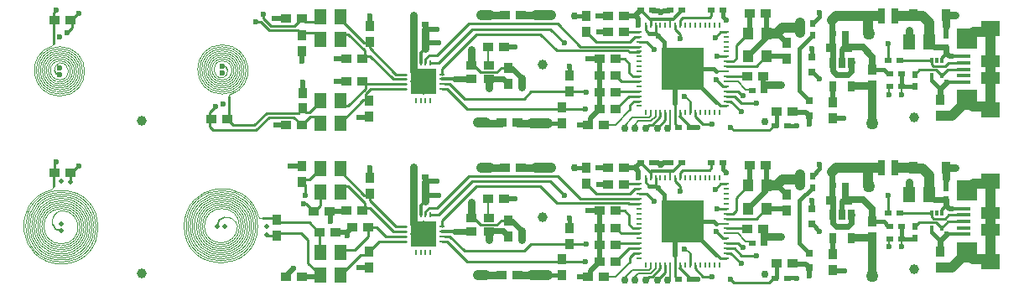
<source format=gtl>
G04*
G04 #@! TF.GenerationSoftware,Altium Limited,Altium Designer,19.1.9 (167)*
G04*
G04 Layer_Physical_Order=1*
G04 Layer_Color=255*
%FSLAX24Y24*%
%MOIN*%
G70*
G01*
G75*
%ADD10C,0.0040*%
%ADD11C,0.0040*%
%ADD12C,0.0060*%
%ADD13R,0.0413X0.0512*%
%ADD14C,0.0394*%
%ADD15R,0.0256X0.0433*%
%ADD16R,0.0394X0.0374*%
%ADD17R,0.0374X0.0394*%
%ADD18R,0.0236X0.0315*%
%ADD19R,0.0748X0.0472*%
%ADD20R,0.0748X0.0630*%
%ADD21R,0.0787X0.0827*%
%ADD22R,0.0531X0.0157*%
%ADD23R,0.0118X0.0197*%
%ADD24R,0.0500X0.0630*%
%ADD25R,0.1024X0.1024*%
%ADD26R,0.0098X0.0236*%
%ADD27R,0.0236X0.0098*%
%ADD28R,0.0394X0.0335*%
%ADD29O,0.0094X0.0236*%
%ADD30O,0.0236X0.0094*%
%ADD31R,0.1673X0.1673*%
%ADD32R,0.0315X0.0236*%
%ADD33R,0.0256X0.0630*%
%ADD34R,0.0315X0.0315*%
%ADD35R,0.0360X0.0480*%
%ADD36C,0.0200*%
%ADD37C,0.0140*%
%ADD38C,0.0100*%
%ADD39C,0.0240*%
%ADD40C,0.0090*%
%ADD41C,0.0080*%
%ADD42C,0.0160*%
%ADD43C,0.0320*%
%ADD44C,0.0400*%
%ADD45C,0.0300*%
%ADD46C,0.0280*%
%ADD47C,0.0120*%
%ADD48C,0.0150*%
%ADD49C,0.0220*%
%ADD50C,0.0230*%
%ADD51C,0.0236*%
%ADD52C,0.0300*%
%ADD53C,0.0500*%
%ADD54C,0.0197*%
%ADD55C,0.0200*%
D10*
X8268Y7792D02*
G03*
X8268Y9512I0J860D01*
G01*
X8560Y7674D02*
G03*
X8268Y9672I-292J977D01*
G01*
Y7712D02*
G03*
X8268Y9592I0J940D01*
G01*
Y7952D02*
G03*
X8268Y9352I0J700D01*
G01*
Y7872D02*
G03*
X8268Y9432I0J780D01*
G01*
Y8032D02*
G03*
X8268Y9272I0J620D01*
G01*
Y8192D02*
G03*
X8268Y9112I0J460D01*
G01*
Y8112D02*
G03*
X8268Y9192I0J540D01*
G01*
Y8272D02*
G03*
X8268Y9032I0J380D01*
G01*
Y8352D02*
G03*
X8478Y8672I-55J265D01*
G01*
X8560Y7674D02*
G03*
X8528Y7602I20J-52D01*
G01*
X8268Y9112D02*
G03*
X8268Y8272I0J-420D01*
G01*
Y9032D02*
G03*
X8268Y8352I0J-340D01*
G01*
X8268Y9192D02*
G03*
X8268Y8192I0J-500D01*
G01*
Y9272D02*
G03*
X8268Y8112I0J-580D01*
G01*
Y9352D02*
G03*
X8268Y8032I0J-660D01*
G01*
Y9592D02*
G03*
X8268Y7792I0J-900D01*
G01*
Y9512D02*
G03*
X8268Y7872I0J-820D01*
G01*
Y9672D02*
G03*
X8268Y7712I0J-980D01*
G01*
Y9432D02*
G03*
X8268Y7952I0J-740D01*
G01*
X1811Y7632D02*
G03*
X1811Y9592I0J980D01*
G01*
Y7872D02*
G03*
X1811Y9352I0J740D01*
G01*
Y7792D02*
G03*
X1811Y9432I0J820D01*
G01*
Y7712D02*
G03*
X1811Y9512I0J900D01*
G01*
Y8272D02*
G03*
X1811Y8952I0J340D01*
G01*
X1811Y8032D02*
G03*
X1811Y9192I0J580D01*
G01*
Y8192D02*
G03*
X1811Y9032I0J420D01*
G01*
X1519Y9629D02*
G03*
X1551Y9702I-20J52D01*
G01*
X1811Y8952D02*
G03*
X1601Y8632I55J-265D01*
G01*
X1811Y9032D02*
G03*
X1811Y8272I0J-380D01*
G01*
Y9112D02*
G03*
X1811Y8192I0J-460D01*
G01*
Y9192D02*
G03*
X1811Y8112I0J-540D01*
G01*
Y7952D02*
G03*
X1811Y9272I0J660D01*
G01*
D02*
G03*
X1811Y8032I0J-620D01*
G01*
Y9352D02*
G03*
X1811Y7952I0J-700D01*
G01*
Y8112D02*
G03*
X1811Y9112I0J500D01*
G01*
Y9512D02*
G03*
X1811Y7792I0J-860D01*
G01*
Y9592D02*
G03*
X1811Y7712I0J-940D01*
G01*
X1519Y9629D02*
G03*
X1811Y7632I292J-977D01*
G01*
Y9432D02*
G03*
X1811Y7872I0J-780D01*
G01*
X1870Y1760D02*
G03*
X1870Y3080I0J660D01*
G01*
Y960D02*
G03*
X1870Y3880I0J1460D01*
G01*
Y1040D02*
G03*
X1870Y3800I0J1380D01*
G01*
Y1280D02*
G03*
X1870Y3560I0J1140D01*
G01*
Y1200D02*
G03*
X1870Y3640I0J1220D01*
G01*
Y1120D02*
G03*
X1870Y3720I0J1300D01*
G01*
Y1440D02*
G03*
X1870Y3400I0J980D01*
G01*
Y1360D02*
G03*
X1870Y3480I0J1060D01*
G01*
Y1680D02*
G03*
X1870Y3160I0J740D01*
G01*
Y1600D02*
G03*
X1870Y3240I0J820D01*
G01*
Y1520D02*
G03*
X1870Y3320I0J900D01*
G01*
Y3160D02*
G03*
X1870Y1760I0J-700D01*
G01*
X1490Y3911D02*
G03*
X1560Y4060I-39J110D01*
G01*
X1870Y3080D02*
G03*
X1520Y2550I90J-440D01*
G01*
X1870Y3240D02*
G03*
X1870Y1680I0J-780D01*
G01*
Y3560D02*
G03*
X1870Y1360I0J-1100D01*
G01*
Y3480D02*
G03*
X1870Y1440I0J-1020D01*
G01*
Y3640D02*
G03*
X1870Y1280I0J-1180D01*
G01*
Y3320D02*
G03*
X1870Y1600I0J-860D01*
G01*
Y3400D02*
G03*
X1870Y1520I0J-940D01*
G01*
Y3800D02*
G03*
X1870Y1120I0J-1340D01*
G01*
Y3880D02*
G03*
X1870Y1040I0J-1420D01*
G01*
X1490Y3911D02*
G03*
X1870Y960I380J-1451D01*
G01*
Y3720D02*
G03*
X1870Y1200I0J-1260D01*
G01*
X9701Y2840D02*
G03*
X9850Y2770I110J39D01*
G01*
X8950Y2460D02*
G03*
X7550Y2460I-700J0D01*
G01*
X9030D02*
G03*
X7470Y2460I-780J0D01*
G01*
X8870Y2460D02*
G03*
X8340Y2810I-440J-90D01*
G01*
X7390Y2460D02*
G03*
X9030Y2460I820J0D01*
G01*
X7550D02*
G03*
X8870Y2460I660J0D01*
G01*
X7470D02*
G03*
X8950Y2460I740J0D01*
G01*
X9670D02*
G03*
X6830Y2460I-1420J0D01*
G01*
X9701Y2840D02*
G03*
X6750Y2460I-1451J-380D01*
G01*
X9430D02*
G03*
X7070Y2460I-1180J0D01*
G01*
X9590D02*
G03*
X6910Y2460I-1340J0D01*
G01*
X9510D02*
G03*
X6990Y2460I-1260J0D01*
G01*
X9350D02*
G03*
X7150Y2460I-1100J0D01*
G01*
X9270D02*
G03*
X7230Y2460I-1020J0D01*
G01*
X9190D02*
G03*
X7310Y2460I-940J0D01*
G01*
X9110D02*
G03*
X7390Y2460I-860J0D01*
G01*
X6910D02*
G03*
X9510Y2460I1300J0D01*
G01*
X6830D02*
G03*
X9590Y2460I1380J0D01*
G01*
X6750D02*
G03*
X9670Y2460I1460J0D01*
G01*
X7310D02*
G03*
X9110Y2460I900J0D01*
G01*
X7230D02*
G03*
X9190Y2460I980J0D01*
G01*
X7150D02*
G03*
X9270Y2460I1060J0D01*
G01*
X7070D02*
G03*
X9350Y2460I1140J0D01*
G01*
X6990D02*
G03*
X9430Y2460I1220J0D01*
G01*
D11*
X8560Y7674D02*
D03*
X1519Y9629D02*
D03*
D12*
X8478Y8672D02*
G03*
X8268Y8832I-185J-25D01*
G01*
X1601Y8632D02*
G03*
X1811Y8472I185J25D01*
G01*
X8528Y7602D02*
Y7602D01*
X1520Y2550D02*
G03*
X1870Y2280I310J40D01*
G01*
X8340Y2810D02*
G03*
X8070Y2460I40J-310D01*
G01*
D13*
X29156Y10121D02*
D03*
X29884Y9216D02*
D03*
Y10121D02*
D03*
X29156Y9216D02*
D03*
Y4071D02*
D03*
X29884Y3166D02*
D03*
Y4071D02*
D03*
X29156Y3166D02*
D03*
D14*
X5050Y6640D02*
D03*
X21010Y8880D02*
D03*
X35770Y6790D02*
D03*
X5050Y590D02*
D03*
X21010Y2830D02*
D03*
X35770Y740D02*
D03*
D15*
X33274Y8018D02*
D03*
X32526D02*
D03*
Y8962D02*
D03*
X32900D02*
D03*
X33274D02*
D03*
Y1968D02*
D03*
X32526D02*
D03*
Y2912D02*
D03*
X32900D02*
D03*
X33274D02*
D03*
D16*
X19502Y10839D02*
D03*
X20132D02*
D03*
X11425Y6490D02*
D03*
X10795D02*
D03*
X13835Y8210D02*
D03*
X13205D02*
D03*
X13185Y9120D02*
D03*
X13815D02*
D03*
X11425Y10730D02*
D03*
X10795D02*
D03*
X29235Y10930D02*
D03*
X29865D02*
D03*
X19472Y9589D02*
D03*
X18842D02*
D03*
X23275Y7110D02*
D03*
X23905D02*
D03*
X23275Y7780D02*
D03*
X23905D02*
D03*
X23275Y8450D02*
D03*
X23905D02*
D03*
X23275Y9120D02*
D03*
X23905D02*
D03*
X19372Y6569D02*
D03*
X20002D02*
D03*
X23585Y10820D02*
D03*
X24215D02*
D03*
X23605Y10170D02*
D03*
X24235D02*
D03*
X30285Y7020D02*
D03*
X30915D02*
D03*
X29135Y8410D02*
D03*
X29765D02*
D03*
X2223Y10649D02*
D03*
X1593D02*
D03*
X7835Y6710D02*
D03*
X8465D02*
D03*
X33085Y9550D02*
D03*
X32455D02*
D03*
X23435Y6500D02*
D03*
X22805D02*
D03*
X19502Y4789D02*
D03*
X20132D02*
D03*
X12515Y3060D02*
D03*
X11885D02*
D03*
X12135Y2230D02*
D03*
X12765D02*
D03*
X14075Y2430D02*
D03*
X13445D02*
D03*
X10785Y440D02*
D03*
X11415D02*
D03*
X13185Y3070D02*
D03*
X13815D02*
D03*
X29235Y4880D02*
D03*
X29865D02*
D03*
X19472Y3539D02*
D03*
X18842D02*
D03*
X23275Y1060D02*
D03*
X23905D02*
D03*
X23275Y1730D02*
D03*
X23905D02*
D03*
X23275Y2400D02*
D03*
X23905D02*
D03*
X23275Y3070D02*
D03*
X23905D02*
D03*
X19372Y519D02*
D03*
X20002D02*
D03*
X23585Y4770D02*
D03*
X24215D02*
D03*
X23605Y4120D02*
D03*
X24235D02*
D03*
X30285Y970D02*
D03*
X30915D02*
D03*
X29135Y2360D02*
D03*
X29765D02*
D03*
X2223Y4599D02*
D03*
X1593D02*
D03*
X33085Y3500D02*
D03*
X32455D02*
D03*
X23435Y450D02*
D03*
X22805D02*
D03*
D17*
X11430Y9425D02*
D03*
Y10055D02*
D03*
X14120Y9795D02*
D03*
Y10425D02*
D03*
X11460Y7765D02*
D03*
Y7135D02*
D03*
X14100Y6805D02*
D03*
Y7435D02*
D03*
X21770Y6565D02*
D03*
Y7195D02*
D03*
X22050Y8445D02*
D03*
Y7815D02*
D03*
X36810Y6865D02*
D03*
Y7495D02*
D03*
X30707Y9124D02*
D03*
Y9754D02*
D03*
X32520Y6755D02*
D03*
Y7385D02*
D03*
X34110Y8695D02*
D03*
Y8065D02*
D03*
X22720Y10195D02*
D03*
Y10825D02*
D03*
X19637Y8114D02*
D03*
Y8744D02*
D03*
X14120Y3745D02*
D03*
Y4375D02*
D03*
X11440Y4215D02*
D03*
Y4845D02*
D03*
X14100Y825D02*
D03*
Y1455D02*
D03*
X21770Y515D02*
D03*
Y1145D02*
D03*
X22050Y2395D02*
D03*
Y1765D02*
D03*
X36810Y815D02*
D03*
Y1445D02*
D03*
X10430Y2095D02*
D03*
Y2725D02*
D03*
X30707Y3074D02*
D03*
Y3704D02*
D03*
X32520Y705D02*
D03*
Y1335D02*
D03*
X34110Y2645D02*
D03*
Y2015D02*
D03*
X22720Y4145D02*
D03*
Y4775D02*
D03*
X19637Y2064D02*
D03*
Y2694D02*
D03*
D18*
X35798Y8496D02*
D03*
Y8024D02*
D03*
X31720Y10044D02*
D03*
Y10516D02*
D03*
X37040Y10036D02*
D03*
Y9564D02*
D03*
X35798Y2446D02*
D03*
Y1974D02*
D03*
X31720Y3994D02*
D03*
Y4466D02*
D03*
X37040Y3986D02*
D03*
Y3514D02*
D03*
D19*
X38795Y8365D02*
D03*
Y9034D02*
D03*
Y2315D02*
D03*
Y2984D02*
D03*
D20*
Y7085D02*
D03*
Y10314D02*
D03*
Y1035D02*
D03*
Y4264D02*
D03*
D21*
X37870Y7479D02*
D03*
Y9920D02*
D03*
Y1429D02*
D03*
Y3870D02*
D03*
D22*
X37742Y8188D02*
D03*
Y8444D02*
D03*
Y8700D02*
D03*
Y8955D02*
D03*
Y9211D02*
D03*
Y2138D02*
D03*
Y2394D02*
D03*
Y2650D02*
D03*
Y2905D02*
D03*
Y3161D02*
D03*
D23*
X36853Y8447D02*
D03*
X36459D02*
D03*
Y9038D02*
D03*
X36656D02*
D03*
X36853D02*
D03*
Y2397D02*
D03*
X36459D02*
D03*
Y2988D02*
D03*
X36656D02*
D03*
X36853D02*
D03*
D24*
X12954Y7456D02*
D03*
X12154D02*
D03*
X12950Y9880D02*
D03*
X12150D02*
D03*
X12950Y10790D02*
D03*
X12150D02*
D03*
X12954Y6556D02*
D03*
X12154D02*
D03*
X35560Y9770D02*
D03*
X36360D02*
D03*
X12954Y1406D02*
D03*
X12154D02*
D03*
X12950Y3830D02*
D03*
X12150D02*
D03*
X12950Y4740D02*
D03*
X12150D02*
D03*
X12954Y506D02*
D03*
X12154D02*
D03*
X35560Y3720D02*
D03*
X36360D02*
D03*
D25*
X16247Y8205D02*
D03*
Y2155D02*
D03*
D26*
X16543Y7457D02*
D03*
X16346D02*
D03*
X16149D02*
D03*
X15952D02*
D03*
Y8953D02*
D03*
X16149D02*
D03*
X16346D02*
D03*
X16543D02*
D03*
Y1407D02*
D03*
X16346D02*
D03*
X16149D02*
D03*
X15952D02*
D03*
Y2903D02*
D03*
X16149D02*
D03*
X16346D02*
D03*
X16543D02*
D03*
D27*
X15499Y7910D02*
D03*
Y8107D02*
D03*
Y8304D02*
D03*
Y8501D02*
D03*
X16995D02*
D03*
Y8304D02*
D03*
Y8107D02*
D03*
Y7910D02*
D03*
X15499Y1860D02*
D03*
Y2057D02*
D03*
Y2254D02*
D03*
Y2451D02*
D03*
X16995D02*
D03*
Y2254D02*
D03*
Y2057D02*
D03*
Y1860D02*
D03*
D28*
X18849Y8303D02*
D03*
Y8835D02*
D03*
X18179Y8303D02*
D03*
Y8835D02*
D03*
X18849Y2253D02*
D03*
Y2785D02*
D03*
X18179Y2253D02*
D03*
Y2785D02*
D03*
D29*
X28039Y10445D02*
D03*
X27842D02*
D03*
X27645D02*
D03*
X27448D02*
D03*
X27251D02*
D03*
X27054D02*
D03*
X26858D02*
D03*
X26661D02*
D03*
X26464D02*
D03*
X26267D02*
D03*
X26070D02*
D03*
X25873D02*
D03*
X25676D02*
D03*
X25480D02*
D03*
X25283D02*
D03*
X25086D02*
D03*
Y6981D02*
D03*
X25283D02*
D03*
X25480D02*
D03*
X25676D02*
D03*
X25873D02*
D03*
X26070D02*
D03*
X26267D02*
D03*
X26464D02*
D03*
X26661D02*
D03*
X26858D02*
D03*
X27054D02*
D03*
X27251D02*
D03*
X27448D02*
D03*
X27645D02*
D03*
X27842D02*
D03*
X28039D02*
D03*
Y4395D02*
D03*
X27842D02*
D03*
X27645D02*
D03*
X27448D02*
D03*
X27251D02*
D03*
X27054D02*
D03*
X26858D02*
D03*
X26661D02*
D03*
X26464D02*
D03*
X26267D02*
D03*
X26070D02*
D03*
X25873D02*
D03*
X25676D02*
D03*
X25480D02*
D03*
X25283D02*
D03*
X25086D02*
D03*
Y931D02*
D03*
X25283D02*
D03*
X25480D02*
D03*
X25676D02*
D03*
X25873D02*
D03*
X26070D02*
D03*
X26267D02*
D03*
X26464D02*
D03*
X26661D02*
D03*
X26858D02*
D03*
X27054D02*
D03*
X27251D02*
D03*
X27448D02*
D03*
X27645D02*
D03*
X27842D02*
D03*
X28039D02*
D03*
D30*
X24830Y10190D02*
D03*
Y9993D02*
D03*
Y9796D02*
D03*
Y9599D02*
D03*
Y9402D02*
D03*
Y9205D02*
D03*
Y9008D02*
D03*
Y8811D02*
D03*
Y8615D02*
D03*
Y8418D02*
D03*
Y8221D02*
D03*
Y8024D02*
D03*
Y7827D02*
D03*
Y7630D02*
D03*
Y7433D02*
D03*
Y7236D02*
D03*
X28295D02*
D03*
Y7433D02*
D03*
Y7630D02*
D03*
Y7827D02*
D03*
Y8024D02*
D03*
Y8221D02*
D03*
Y8418D02*
D03*
Y8615D02*
D03*
Y8811D02*
D03*
Y9008D02*
D03*
Y9205D02*
D03*
Y9402D02*
D03*
Y9599D02*
D03*
Y9796D02*
D03*
Y9993D02*
D03*
Y10190D02*
D03*
X24830Y4140D02*
D03*
Y3943D02*
D03*
Y3746D02*
D03*
Y3549D02*
D03*
Y3352D02*
D03*
Y3155D02*
D03*
Y2958D02*
D03*
Y2761D02*
D03*
Y2564D02*
D03*
Y2368D02*
D03*
Y2171D02*
D03*
Y1974D02*
D03*
Y1777D02*
D03*
Y1580D02*
D03*
Y1383D02*
D03*
Y1186D02*
D03*
X28295D02*
D03*
Y1383D02*
D03*
Y1580D02*
D03*
Y1777D02*
D03*
Y1974D02*
D03*
Y2171D02*
D03*
Y2368D02*
D03*
Y2564D02*
D03*
Y2761D02*
D03*
Y2958D02*
D03*
Y3155D02*
D03*
Y3352D02*
D03*
Y3549D02*
D03*
Y3746D02*
D03*
Y3943D02*
D03*
Y4140D02*
D03*
D31*
X26562Y8713D02*
D03*
Y2663D02*
D03*
D32*
X30244Y6450D02*
D03*
X30716D02*
D03*
X28156Y11040D02*
D03*
X27684D02*
D03*
X35256Y8510D02*
D03*
X34784D02*
D03*
X34784Y8010D02*
D03*
X35256D02*
D03*
X34734Y9040D02*
D03*
X35206D02*
D03*
X15851Y9995D02*
D03*
X16323D02*
D03*
X26384Y6390D02*
D03*
X26856D02*
D03*
X25356Y11040D02*
D03*
X24884D02*
D03*
X26064Y11050D02*
D03*
X26536D02*
D03*
X29786Y7850D02*
D03*
X29314D02*
D03*
X15851Y10475D02*
D03*
X16323D02*
D03*
X33016Y10130D02*
D03*
X32544D02*
D03*
X16323Y9535D02*
D03*
X15851D02*
D03*
X30244Y400D02*
D03*
X30716D02*
D03*
X28156Y4990D02*
D03*
X27684D02*
D03*
X35256Y2460D02*
D03*
X34784D02*
D03*
X34784Y1960D02*
D03*
X35256D02*
D03*
X34734Y2990D02*
D03*
X35206D02*
D03*
X15851Y3945D02*
D03*
X16323D02*
D03*
X26384Y340D02*
D03*
X26856D02*
D03*
X25356Y4990D02*
D03*
X24884D02*
D03*
X26064Y5000D02*
D03*
X26536D02*
D03*
X29786Y1800D02*
D03*
X29314D02*
D03*
X15851Y4425D02*
D03*
X16323D02*
D03*
X33016Y4080D02*
D03*
X32544D02*
D03*
X16323Y3485D02*
D03*
X15851D02*
D03*
D33*
X35006Y10820D02*
D03*
X34474D02*
D03*
X35006Y4770D02*
D03*
X34474D02*
D03*
D34*
X31590Y6855D02*
D03*
Y7445D02*
D03*
X31700Y8595D02*
D03*
Y9185D02*
D03*
X31590Y805D02*
D03*
Y1395D02*
D03*
X31700Y2545D02*
D03*
Y3135D02*
D03*
D35*
X35745Y10840D02*
D03*
X37035D02*
D03*
X35745Y4790D02*
D03*
X37035D02*
D03*
D36*
X25700Y10950D02*
X25710D01*
X25628Y11022D02*
X25700Y10950D01*
X25374Y11022D02*
X25628D01*
X25356Y11040D02*
X25374Y11022D01*
X25802Y11032D02*
X26046D01*
X26064Y11050D01*
X32967Y6753D02*
X32970Y6750D01*
X32523Y6753D02*
X32967D01*
X32520Y6755D02*
X32523Y6753D01*
X10400Y6490D02*
X10795D01*
X29172Y10939D02*
X29230Y10881D01*
X24780Y10440D02*
Y10704D01*
X24664Y10820D02*
X24780Y10704D01*
X24664Y10820D02*
X24884Y11040D01*
X30476Y8095D02*
X30478Y8093D01*
X30170Y8097D02*
X30172Y8095D01*
X29820Y8092D02*
X29825Y8097D01*
X29765Y7871D02*
Y8410D01*
X30340Y10121D02*
X30707Y9754D01*
X37040Y9544D02*
X37050Y9554D01*
X37040Y9320D02*
Y9544D01*
X24225Y10820D02*
X24664D01*
X23210Y10830D02*
X23215Y10825D01*
X23580D01*
X23220Y10170D02*
X23615D01*
X26832Y6400D02*
X27156D01*
X26267Y7330D02*
Y8418D01*
X22900Y6735D02*
X23275Y7110D01*
X22900Y6585D02*
Y6735D01*
X22815Y6500D02*
X22900Y6585D01*
X22805Y6500D02*
X22815D01*
X22460D02*
X22750D01*
X29884Y9216D02*
X30620D01*
X30707Y9129D01*
Y9124D02*
Y9129D01*
X29230Y10196D02*
Y10881D01*
X29156Y10121D02*
X29230Y10196D01*
X29802Y10939D02*
X29884Y10857D01*
Y10121D02*
Y10857D01*
X31455Y6990D02*
X31590Y6855D01*
X30925Y6990D02*
X31455D01*
X26267Y8418D02*
X26562Y8713D01*
X32900Y9493D02*
X33085Y9678D01*
X32900Y8962D02*
Y9493D01*
X11470Y7775D02*
Y8190D01*
X11430Y9010D02*
Y9425D01*
X12780Y9130D02*
X13195D01*
X14120Y10444D02*
Y10819D01*
X10340Y10720D02*
X10805D01*
X22810Y9120D02*
X23275D01*
X32520Y7385D02*
X32526Y7391D01*
Y8018D01*
X35705Y10820D02*
X35725Y10840D01*
X37015D02*
Y10844D01*
Y10840D02*
X37040Y10815D01*
X36360Y9770D02*
X36375Y9785D01*
X37299Y9211D02*
X37300Y9210D01*
X37149Y9211D02*
X37299D01*
X37058Y9302D02*
X37149Y9211D01*
X37050Y9554D02*
X37058Y9546D01*
X37040Y9564D02*
X37050Y9554D01*
X37058Y9302D02*
Y9546D01*
X37024Y9580D02*
X37040Y9564D01*
Y10036D02*
Y10415D01*
X12800Y8210D02*
X13205D01*
X19472Y9589D02*
X19911D01*
X13700Y6770D02*
X13706Y6776D01*
X14071D01*
X14100Y6805D01*
X31590Y6530D02*
Y6855D01*
X23275Y7110D02*
Y7780D01*
Y8450D01*
Y9120D01*
X29842Y9174D02*
X29884Y9216D01*
X29156D02*
X29884Y9944D01*
Y10121D01*
X16323Y10270D02*
X16338Y10285D01*
X16807D01*
X16323Y9720D02*
X16348Y9745D01*
X16857D01*
X19637Y8744D02*
X19762D01*
X20157Y8349D01*
X25690Y4890D02*
X25695Y4885D01*
X25590Y4990D02*
X25690Y4890D01*
X25700D02*
X25710D01*
X25802Y4982D01*
X26046D01*
X26064Y5000D01*
X25912D02*
X26064D01*
X25356Y4990D02*
X25590D01*
X25690Y4890D02*
X25700D01*
X32520Y705D02*
X32548Y677D01*
X32983D02*
X32990Y670D01*
X32548Y677D02*
X32983D01*
X13230Y2070D02*
Y2225D01*
X13220Y2070D02*
X13230D01*
Y2225D02*
X13435Y2430D01*
X12765Y2230D02*
X13230D01*
X13435Y2430D02*
X13445D01*
X10795Y495D02*
X11090Y790D01*
X10795Y440D02*
Y495D01*
X13680Y820D02*
X13683Y823D01*
X14097D01*
X14100Y825D01*
X12089Y440D02*
X12154Y506D01*
X11415Y440D02*
X12089D01*
X10785D02*
X10795D01*
X12515Y3060D02*
X13175D01*
X13185Y3070D01*
X12553Y2677D02*
X12570Y2660D01*
X12570D01*
X12553Y2677D02*
Y3022D01*
X12515Y3060D02*
X12553Y3022D01*
X13117Y3138D02*
X13185Y3070D01*
X10960Y4840D02*
X10962Y4842D01*
X11438D01*
X11440Y4845D01*
X29172Y4889D02*
X29230Y4831D01*
X24780Y4390D02*
Y4654D01*
X24664Y4770D02*
X24780Y4654D01*
X24664Y4770D02*
X24884Y4990D01*
X30476Y2045D02*
X30478Y2043D01*
X30170Y2047D02*
X30172Y2045D01*
X29820Y2042D02*
X29825Y2047D01*
X29765Y1821D02*
Y2360D01*
X30340Y4071D02*
X30707Y3704D01*
X37040Y3494D02*
X37050Y3504D01*
X37040Y3270D02*
Y3494D01*
X24225Y4770D02*
X24664D01*
X23210Y4780D02*
X23215Y4775D01*
X23580D01*
X23220Y4120D02*
X23615D01*
X26832Y350D02*
X27156D01*
X26267Y1280D02*
Y2368D01*
X22900Y685D02*
X23275Y1060D01*
X22900Y535D02*
Y685D01*
X22815Y450D02*
X22900Y535D01*
X22805Y450D02*
X22815D01*
X22460D02*
X22750D01*
X29884Y3166D02*
X30620D01*
X30707Y3079D01*
Y3074D02*
Y3079D01*
X29230Y4146D02*
Y4831D01*
X29156Y4071D02*
X29230Y4146D01*
X29802Y4889D02*
X29884Y4807D01*
Y4071D02*
Y4807D01*
X31455Y940D02*
X31590Y805D01*
X30925Y940D02*
X31455D01*
X26267Y2368D02*
X26562Y2663D01*
X32900Y3443D02*
X33085Y3628D01*
X32900Y2912D02*
Y3443D01*
X14120Y4394D02*
Y4769D01*
X22810Y3070D02*
X23275D01*
X32520Y1335D02*
X32526Y1341D01*
Y1968D01*
X35705Y4770D02*
X35725Y4790D01*
X37015D02*
Y4794D01*
Y4790D02*
X37040Y4765D01*
X36360Y3720D02*
X36375Y3735D01*
X37299Y3161D02*
X37300Y3160D01*
X37149Y3161D02*
X37299D01*
X37058Y3252D02*
X37149Y3161D01*
X37050Y3504D02*
X37058Y3496D01*
X37040Y3514D02*
X37050Y3504D01*
X37058Y3252D02*
Y3496D01*
X37024Y3530D02*
X37040Y3514D01*
Y3986D02*
Y4365D01*
X19472Y3539D02*
X19911D01*
X31590Y480D02*
Y805D01*
X23275Y1060D02*
Y1730D01*
Y2400D01*
Y3070D01*
X29842Y3124D02*
X29884Y3166D01*
X29156D02*
X29884Y3894D01*
Y4071D01*
X16323Y4220D02*
X16338Y4235D01*
X16807D01*
X16323Y3670D02*
X16348Y3695D01*
X16857D01*
X19637Y2694D02*
X19762D01*
X20157Y2299D01*
D37*
X25340Y10700D02*
X26186D01*
X25282Y10642D02*
X25340Y10700D01*
X26186D02*
X26536Y11050D01*
X26856Y6390D02*
Y6434D01*
X26464Y6826D02*
X26856Y6434D01*
X24884Y11040D02*
X25282Y10642D01*
X16149Y9341D02*
X16323Y9515D01*
X16149Y8953D02*
Y9341D01*
X26856Y340D02*
Y384D01*
X26464Y776D02*
X26856Y384D01*
X24884Y4990D02*
X25282Y4592D01*
X26186Y4650D02*
X26536Y5000D01*
X25340Y4650D02*
X26186D01*
X25282Y4592D02*
X25340Y4650D01*
X16149Y3291D02*
X16323Y3465D01*
X16149Y2903D02*
Y3291D01*
D38*
X8528Y6773D02*
Y7602D01*
X7778Y6422D02*
Y6997D01*
X11285Y6960D02*
X11460Y7135D01*
X10020Y6960D02*
X11285D01*
X9530Y6470D02*
X10020Y6960D01*
X8705Y6470D02*
X9530D01*
X8465Y6710D02*
X8705Y6470D01*
X13950Y8050D02*
X14007Y8107D01*
X13950Y7930D02*
Y8050D01*
X13276Y7256D02*
X13950Y7930D01*
X13154Y7256D02*
X13276D01*
X12160Y9880D02*
Y9960D01*
X1551Y9702D02*
Y10951D01*
X11115Y10420D02*
X11425Y10730D01*
X10210Y10420D02*
X11115D01*
X10130Y10240D02*
X11255D01*
X9780Y10590D02*
X10130Y10240D01*
X9610Y10590D02*
X9780D01*
X9910Y10720D02*
X10210Y10420D01*
X9910Y10720D02*
Y10870D01*
X11255Y10240D02*
X11430Y10065D01*
X1551Y10951D02*
X1656Y11056D01*
X2513Y10910D02*
X2579D01*
X7910Y6290D02*
X9610D01*
X10120Y6800D01*
X11105D01*
X11415Y6490D01*
X2253Y10649D02*
X2513Y10910D01*
X7778Y6422D02*
X7910Y6290D01*
X20535Y7815D02*
X22050D01*
X20250Y7530D02*
X20535Y7815D01*
X17886Y7530D02*
X20250D01*
X17306Y8110D02*
X17886Y7530D01*
X17085Y8110D02*
X17306D01*
X15066Y8304D02*
X15549D01*
X14140Y9230D02*
X15066Y8304D01*
X15499Y8107D02*
X15550D01*
X14007D02*
X15499D01*
X11515Y10150D02*
X11970D01*
X11430Y10065D02*
X11515Y10150D01*
X13920Y9225D02*
Y9230D01*
X13815Y9120D02*
X13920Y9225D01*
X11755Y6820D02*
X11954D01*
X12154Y6620D01*
Y6556D02*
Y6620D01*
X2253Y10649D02*
X2301Y10601D01*
X19352Y8744D02*
X19637D01*
X19177Y8569D02*
X19352Y8744D01*
X12954Y7456D02*
X13154Y7256D01*
X13950Y8050D02*
Y8095D01*
X13835Y8210D02*
X13950Y8095D01*
X11970Y10150D02*
X12160Y9960D01*
X12950Y10700D02*
X13900Y9750D01*
X12950Y10700D02*
Y10790D01*
X13900Y9750D02*
X14075D01*
X14120Y9546D02*
Y9795D01*
X15165Y8501D02*
X15549D01*
X13270Y10100D02*
X13920Y9450D01*
X13170Y10100D02*
X13270D01*
X13920Y9230D02*
Y9450D01*
X12950Y9880D02*
X13170Y10100D01*
X12154Y7418D02*
Y7456D01*
X11725Y6988D02*
X12154Y7418D01*
X11597Y6988D02*
X11725D01*
X11460Y7125D02*
X11597Y6988D01*
X11460Y7125D02*
Y7135D01*
X11425Y6490D02*
X11755Y6820D01*
X11415Y6490D02*
X11425D01*
X14170Y7910D02*
X15549D01*
X14055Y7480D02*
X14100Y7435D01*
X13970Y7565D02*
X14055Y7480D01*
X13879D02*
X14055D01*
X12954Y6556D02*
X13879Y7480D01*
X13970Y7710D02*
X14170Y7910D01*
X13970Y7565D02*
Y7710D01*
X13920Y9230D02*
X14140D01*
X14075Y9750D02*
X14120Y9795D01*
X11425Y10730D02*
X11565Y10590D01*
X11950D02*
X12150Y10790D01*
X11565Y10590D02*
X11950D01*
X14120Y9546D02*
X15165Y8501D01*
X7778Y6997D02*
X7988Y7207D01*
X22050Y7815D02*
X22715D01*
X22732Y7798D01*
X25430Y9490D02*
X25440Y9480D01*
X2301Y10346D02*
Y10601D01*
X2091Y10136D02*
X2301Y10346D01*
X8465Y6710D02*
X8528Y6773D01*
X12954Y7456D02*
Y7521D01*
X18537Y8569D02*
X19177D01*
X18271Y8835D02*
X18537Y8569D01*
X18179Y8835D02*
X18271D01*
X12154Y6556D02*
X12174Y6536D01*
X11550Y3700D02*
Y4105D01*
X11790Y3150D02*
X12015D01*
X2220Y4230D02*
Y4599D01*
X1560Y4060D02*
Y4060D01*
Y4566D01*
X14778Y2057D02*
X15499D01*
X14405Y2430D02*
X14778Y2057D01*
X14075Y2430D02*
X14405D01*
X14057Y2057D02*
Y2412D01*
X14075Y2430D01*
X9850Y2770D02*
X10385D01*
X11715Y2630D02*
X12145Y2200D01*
X9850Y2770D02*
X9850D01*
X12145Y1378D02*
Y2200D01*
X11400D02*
X11670Y1930D01*
Y990D02*
Y1930D01*
Y990D02*
X12154Y506D01*
X10535Y2200D02*
X11400D01*
X13530Y1530D02*
X14057Y2057D01*
X13079Y1530D02*
X13530D01*
X12954Y1406D02*
X13079Y1530D01*
X10430Y2095D02*
X10535Y2200D01*
X10525Y2630D02*
X11715D01*
X10430Y2725D02*
X10525Y2630D01*
X14497Y1860D02*
X15549D01*
X13955Y1310D02*
X14100Y1455D01*
X13759Y1310D02*
X13955D01*
X12954Y506D02*
X13759Y1310D01*
X14100Y1463D02*
X14497Y1860D01*
X14100Y1455D02*
Y1463D01*
X12145Y1378D02*
X12154Y1368D01*
X10035Y2095D02*
X10430D01*
X10385Y2770D02*
X10430Y2725D01*
X11600Y3340D02*
X11790Y3150D01*
X11480Y3340D02*
X11600D01*
X12015Y3150D02*
X12150Y3285D01*
Y3830D01*
X11740Y4330D02*
X12150Y4740D01*
X11555Y4330D02*
X11740D01*
X11440Y4215D02*
X11555Y4330D01*
X11440Y4215D02*
X11550Y4105D01*
X1560Y4566D02*
X1593Y4599D01*
Y4943D01*
X10020Y2110D02*
X10035Y2095D01*
X1593Y4943D02*
X1656Y5006D01*
X2513Y4860D02*
X2579D01*
X2253Y4599D02*
X2513Y4860D01*
X20535Y1765D02*
X22050D01*
X20250Y1480D02*
X20535Y1765D01*
X17886Y1480D02*
X20250D01*
X17306Y2060D02*
X17886Y1480D01*
X17085Y2060D02*
X17306D01*
X15066Y2254D02*
X15549D01*
X14140Y3180D02*
X15066Y2254D01*
X15499Y2057D02*
X15550D01*
X13920Y3175D02*
Y3180D01*
X13815Y3070D02*
X13920Y3175D01*
X2253Y4599D02*
X2301Y4551D01*
X19352Y2694D02*
X19637D01*
X19177Y2519D02*
X19352Y2694D01*
X12950Y4650D02*
X13900Y3700D01*
X12950Y4650D02*
Y4740D01*
X13900Y3700D02*
X14075D01*
X14120Y3496D02*
Y3745D01*
X15165Y2451D02*
X15549D01*
X13270Y4050D02*
X13920Y3400D01*
X13170Y4050D02*
X13270D01*
X13920Y3180D02*
Y3400D01*
X12950Y3830D02*
X13170Y4050D01*
X12154Y1368D02*
Y1406D01*
X13920Y3180D02*
X14140D01*
X14075Y3700D02*
X14120Y3745D01*
Y3496D02*
X15165Y2451D01*
X22050Y1765D02*
X22715D01*
X22732Y1748D01*
X25430Y3440D02*
X25440Y3430D01*
X18537Y2519D02*
X19177D01*
X18271Y2785D02*
X18537Y2519D01*
X18179Y2785D02*
X18271D01*
D39*
X32444Y9571D02*
X32518Y9497D01*
X32444Y9571D02*
X32460D01*
X32506Y9617D01*
Y10128D01*
X32508Y10130D01*
X32506Y10132D02*
Y10656D01*
Y10132D02*
X32508Y10130D01*
X32544D01*
X32518Y8970D02*
Y9497D01*
Y8970D02*
X32526Y8962D01*
X33274D02*
X33282Y8970D01*
X33133Y8500D02*
X33266Y8633D01*
Y8954D01*
X33274Y8962D01*
X32675Y8500D02*
X33133D01*
X32534Y8641D02*
X32675Y8500D01*
X32534Y8641D02*
Y8954D01*
X32526Y8962D02*
X32534Y8954D01*
X36360Y9770D02*
X36550Y9580D01*
X37024D01*
X19357Y8329D02*
X19422D01*
X18874D02*
X19357D01*
X18849Y8303D02*
X18874Y8329D01*
X19422D02*
X19637Y8114D01*
X32444Y3521D02*
X32518Y3447D01*
X32444Y3521D02*
X32460D01*
X32506Y3567D01*
Y4078D01*
X32508Y4080D01*
X32506Y4082D02*
Y4606D01*
Y4082D02*
X32508Y4080D01*
X32544D01*
X32518Y2920D02*
Y3447D01*
Y2920D02*
X32526Y2912D01*
X33274D02*
X33282Y2920D01*
X33133Y2450D02*
X33266Y2583D01*
Y2904D01*
X33274Y2912D01*
X32675Y2450D02*
X33133D01*
X32534Y2591D02*
X32675Y2450D01*
X32534Y2591D02*
Y2904D01*
X32526Y2912D02*
X32534Y2904D01*
X36360Y3720D02*
X36550Y3530D01*
X37024D01*
X19357Y2279D02*
X19422D01*
X18874D02*
X19357D01*
X18849Y2253D02*
X18874Y2279D01*
X19422D02*
X19637Y2064D01*
D40*
X28176Y8024D02*
X28295D01*
X27910Y8290D02*
X28176Y8024D01*
X25080Y6360D02*
X25220Y6500D01*
X24662Y9992D02*
X24829D01*
X24470Y9800D02*
X24662Y9992D01*
X23115Y9800D02*
X24470D01*
Y7070D02*
Y7270D01*
X27704Y10834D02*
Y11040D01*
X27620Y10750D02*
X27704Y10834D01*
X26570Y10750D02*
X27620D01*
X26465Y10645D02*
X26570Y10750D01*
X22720Y10195D02*
X23115Y9800D01*
X24134Y8221D02*
X24830D01*
X23905Y8450D02*
X24134Y8221D01*
X24425Y7630D02*
X24830D01*
X23905Y7110D02*
X24425Y7630D01*
X27915Y9205D02*
X28295D01*
X30200Y6460D02*
X30290D01*
X25220Y6500D02*
X25358D01*
X25676Y6818D01*
Y6981D01*
X18006Y7110D02*
X22700D01*
X27370Y6510D02*
X27730D01*
X27054Y6826D02*
X27370Y6510D01*
X27054Y6826D02*
Y6981D01*
X21300Y10300D02*
X21850Y9750D01*
X25873Y6669D02*
Y6981D01*
X25565Y6360D02*
X25873Y6669D01*
X28680Y9646D02*
X29156Y10121D01*
X28680Y9120D02*
Y9646D01*
X28568Y9008D02*
X28680Y9120D01*
X26464Y6826D02*
Y6981D01*
X25282Y10446D02*
Y10642D01*
X31100Y6460D02*
X31110Y6450D01*
X28595Y6270D02*
X30010D01*
X28472Y6392D02*
X28595Y6270D01*
X30010D02*
X30200Y6460D01*
X34742Y9685D02*
Y9722D01*
Y9042D02*
Y9685D01*
X34728Y9670D02*
X34742Y9685D01*
X34740Y9040D02*
X34742Y9042D01*
X34710Y9688D02*
X34728Y9670D01*
X35974Y8673D02*
X36627D01*
X35798Y8496D02*
X35974Y8673D01*
X35206Y9038D02*
X36459D01*
X28900Y7340D02*
X29480D01*
X28613Y7627D02*
X28900Y7340D01*
X28297Y7627D02*
X28613D01*
X28476Y7433D02*
X28880Y7029D01*
X28295Y7433D02*
X28476D01*
X28930Y7660D02*
X28950D01*
X28763Y7827D02*
X28930Y7660D01*
X28295Y7827D02*
X28763D01*
X24325Y10190D02*
X24830D01*
X24245Y10270D02*
X24325Y10190D01*
X24215Y10820D02*
X24225D01*
X25282Y10446D02*
X25283Y10445D01*
X17206Y7910D02*
X18006Y7110D01*
X26267Y6507D02*
X26384Y6390D01*
X26267Y6507D02*
Y6981D01*
X28295Y9008D02*
X28568D01*
X26858Y6981D02*
Y7428D01*
X22501Y9599D02*
X24830D01*
X21595Y10505D02*
X22501Y9599D01*
X24440Y9400D02*
X24830D01*
X24400Y9440D02*
X24440Y9400D01*
X21560Y9440D02*
X24400D01*
X20910Y10090D02*
X21560Y9440D01*
X18210Y10300D02*
X21300D01*
X24630Y7430D02*
X24827D01*
X24470Y7270D02*
X24630Y7430D01*
X18065Y10505D02*
X21595D01*
X16863Y8953D02*
X18210Y10300D01*
X16795Y9235D02*
X18065Y10505D01*
X18361Y10090D02*
X20910D01*
X16995Y8725D02*
X18361Y10090D01*
X16995Y8501D02*
Y8725D01*
X24829Y9992D02*
X24830Y9993D01*
X27852Y9962D02*
X28077Y10187D01*
X28292D01*
X24830Y9796D02*
X25124D01*
X25086Y10264D02*
Y10445D01*
X28054Y7236D02*
X28295D01*
X25480Y10120D02*
Y10445D01*
X26267Y10293D02*
Y10445D01*
X27054Y6980D02*
X27054Y6981D01*
X26267D02*
Y7330D01*
X25124Y9796D02*
X25430Y9490D01*
X26460Y9910D02*
Y10100D01*
X25086Y10264D02*
X25240Y10110D01*
X27920Y7370D02*
X28054Y7236D01*
X26267Y10293D02*
X26460Y10100D01*
X36627Y8673D02*
X36853Y8447D01*
X36993Y8810D02*
X37139Y8955D01*
X36538Y8810D02*
X36993D01*
X36459Y8889D02*
X36538Y8810D01*
X28295Y8418D02*
X29184D01*
X29480Y8811D02*
X29842Y9174D01*
X28295Y8811D02*
X29480D01*
X36853Y8447D02*
X37105Y8700D01*
X37742D01*
X37139Y8955D02*
X37742D01*
X37732Y8710D02*
X37742Y8700D01*
X16480Y9235D02*
X16795D01*
X16346Y9102D02*
X16480Y9235D01*
X16346Y8953D02*
Y9102D01*
X16543Y8953D02*
X16863D01*
X16995Y7910D02*
X17206D01*
X26465Y10446D02*
Y10645D01*
X26464Y10445D02*
X26465Y10446D01*
X23905Y9120D02*
X24250D01*
X24440Y8930D01*
Y8560D02*
Y8930D01*
Y8560D02*
X24582Y8418D01*
X24830D01*
X23952Y7827D02*
X24830D01*
X23905Y7780D02*
X23952Y7827D01*
X36459Y8889D02*
Y9038D01*
X28176Y1974D02*
X28295D01*
X27910Y2240D02*
X28176Y1974D01*
X25080Y310D02*
X25220Y450D01*
X24662Y3942D02*
X24829D01*
X24470Y3750D02*
X24662Y3942D01*
X23115Y3750D02*
X24470D01*
Y1020D02*
Y1220D01*
X27704Y4784D02*
Y4990D01*
X27620Y4700D02*
X27704Y4784D01*
X26570Y4700D02*
X27620D01*
X26465Y4595D02*
X26570Y4700D01*
X22720Y4145D02*
X23115Y3750D01*
X24134Y2171D02*
X24830D01*
X23905Y2400D02*
X24134Y2171D01*
X24425Y1580D02*
X24830D01*
X23905Y1060D02*
X24425Y1580D01*
X27915Y3155D02*
X28295D01*
X30200Y410D02*
X30290D01*
X25220Y450D02*
X25358D01*
X25676Y768D01*
Y931D01*
X18006Y1060D02*
X22700D01*
X27370Y460D02*
X27730D01*
X27054Y776D02*
X27370Y460D01*
X27054Y776D02*
Y931D01*
X21300Y4250D02*
X21850Y3700D01*
X25873Y619D02*
Y931D01*
X25565Y310D02*
X25873Y619D01*
X28680Y3596D02*
X29156Y4071D01*
X28680Y3070D02*
Y3596D01*
X28568Y2958D02*
X28680Y3070D01*
X26464Y776D02*
Y931D01*
X25282Y4396D02*
Y4592D01*
X31100Y410D02*
X31110Y400D01*
X28595Y220D02*
X30010D01*
X28472Y342D02*
X28595Y220D01*
X30010D02*
X30200Y410D01*
X34742Y3635D02*
Y3672D01*
Y2992D02*
Y3635D01*
X34728Y3620D02*
X34742Y3635D01*
X34740Y2990D02*
X34742Y2992D01*
X34710Y3638D02*
X34728Y3620D01*
X35974Y2623D02*
X36627D01*
X35798Y2446D02*
X35974Y2623D01*
X35206Y2988D02*
X36459D01*
X28900Y1290D02*
X29480D01*
X28613Y1577D02*
X28900Y1290D01*
X28297Y1577D02*
X28613D01*
X28476Y1383D02*
X28880Y979D01*
X28295Y1383D02*
X28476D01*
X28930Y1610D02*
X28950D01*
X28763Y1777D02*
X28930Y1610D01*
X28295Y1777D02*
X28763D01*
X24325Y4140D02*
X24830D01*
X24245Y4220D02*
X24325Y4140D01*
X24215Y4770D02*
X24225D01*
X25282Y4396D02*
X25283Y4395D01*
X17206Y1860D02*
X18006Y1060D01*
X26267Y457D02*
X26384Y340D01*
X26267Y457D02*
Y931D01*
X28295Y2958D02*
X28568D01*
X26858Y931D02*
Y1378D01*
X22501Y3549D02*
X24830D01*
X21595Y4455D02*
X22501Y3549D01*
X24440Y3350D02*
X24830D01*
X24400Y3390D02*
X24440Y3350D01*
X21560Y3390D02*
X24400D01*
X20910Y4040D02*
X21560Y3390D01*
X18210Y4250D02*
X21300D01*
X24630Y1380D02*
X24827D01*
X24470Y1220D02*
X24630Y1380D01*
X18065Y4455D02*
X21595D01*
X16863Y2903D02*
X18210Y4250D01*
X16795Y3185D02*
X18065Y4455D01*
X18361Y4040D02*
X20910D01*
X16995Y2675D02*
X18361Y4040D01*
X16995Y2451D02*
Y2675D01*
X24829Y3942D02*
X24830Y3943D01*
X27852Y3913D02*
X28077Y4137D01*
X28292D01*
X24830Y3746D02*
X25124D01*
X25086Y4214D02*
Y4395D01*
X28054Y1186D02*
X28295D01*
X25480Y4070D02*
Y4395D01*
X26267Y4243D02*
Y4395D01*
X27054Y930D02*
X27054Y931D01*
X26267D02*
Y1280D01*
X25124Y3746D02*
X25430Y3440D01*
X26460Y3860D02*
Y4050D01*
X25086Y4214D02*
X25240Y4060D01*
X27920Y1320D02*
X28054Y1186D01*
X26267Y4243D02*
X26460Y4050D01*
X36627Y2623D02*
X36853Y2397D01*
X36993Y2760D02*
X37139Y2905D01*
X36538Y2760D02*
X36993D01*
X36459Y2839D02*
X36538Y2760D01*
X28295Y2368D02*
X29184D01*
X29480Y2761D02*
X29842Y3124D01*
X28295Y2761D02*
X29480D01*
X36853Y2397D02*
X37105Y2650D01*
X37742D01*
X37139Y2905D02*
X37742D01*
X37732Y2660D02*
X37742Y2650D01*
X16480Y3185D02*
X16795D01*
X16346Y3052D02*
X16480Y3185D01*
X16346Y2903D02*
Y3052D01*
X16543Y2903D02*
X16863D01*
X16995Y1860D02*
X17206D01*
X26465Y4396D02*
Y4595D01*
X26464Y4395D02*
X26465Y4396D01*
X23905Y3070D02*
X24250D01*
X24440Y2880D01*
Y2510D02*
Y2880D01*
Y2510D02*
X24582Y2368D01*
X24830D01*
X23952Y1777D02*
X24830D01*
X23905Y1730D02*
X23952Y1777D01*
X36459Y2839D02*
Y2988D01*
D41*
X24650Y6489D02*
X24801Y6640D01*
X24650Y6360D02*
Y6489D01*
X24260Y6360D02*
Y6460D01*
X24570Y6770D01*
X25970Y6360D02*
X26070Y6460D01*
Y6981D01*
X24801Y6640D02*
X25290D01*
X23900Y6500D02*
X24470Y7070D01*
X23435Y6500D02*
X23900D01*
X24570Y6770D02*
X25216D01*
X25283Y6837D02*
Y6981D01*
X25216Y6770D02*
X25283Y6837D01*
X25290Y6640D02*
X25480Y6830D01*
Y6981D01*
X26070Y10445D02*
Y10690D01*
X35250Y7690D02*
Y8010D01*
X34770Y7690D02*
Y7961D01*
X29280Y7900D02*
X29341Y7839D01*
X29070Y7900D02*
X29280D01*
X28752Y8218D02*
X29070Y7900D01*
X26641Y7611D02*
X26674D01*
X26858Y7428D01*
X28297Y8218D02*
X28752D01*
X24827Y7430D02*
X24830Y7433D01*
X26070Y6981D02*
X26070Y6981D01*
X27850Y9960D02*
X27852Y9962D01*
X28292Y10187D02*
X28295Y10190D01*
Y7630D02*
X28297Y7627D01*
X27300Y7975D02*
X27305D01*
X25824Y9451D02*
X26562Y8713D01*
X28295Y10190D02*
X28297Y10192D01*
X26562Y8713D02*
X27300Y7975D01*
X28292Y7633D02*
X28295Y7630D01*
X27896Y8615D02*
X28295D01*
X18842Y8841D02*
X18849Y8835D01*
X18842Y8841D02*
Y9589D01*
X25480Y10445D02*
X25482Y10448D01*
X28295Y8221D02*
X28297Y8218D01*
X24650Y439D02*
X24801Y590D01*
X24650Y310D02*
Y439D01*
X24260Y310D02*
Y410D01*
X24570Y720D01*
X25970Y310D02*
X26070Y410D01*
Y931D01*
X24801Y590D02*
X25290D01*
X23900Y450D02*
X24470Y1020D01*
X23435Y450D02*
X23900D01*
X24570Y720D02*
X25216D01*
X25283Y787D02*
Y931D01*
X25216Y720D02*
X25283Y787D01*
X25290Y590D02*
X25480Y780D01*
Y931D01*
X26070Y4395D02*
Y4640D01*
X35250Y1640D02*
Y1960D01*
X34770Y1640D02*
Y1911D01*
X29280Y1850D02*
X29341Y1789D01*
X29070Y1850D02*
X29280D01*
X28752Y2168D02*
X29070Y1850D01*
X26641Y1561D02*
X26674D01*
X26858Y1378D01*
X28297Y2168D02*
X28752D01*
X24827Y1380D02*
X24830Y1383D01*
X26070Y931D02*
X26070Y931D01*
X27850Y3910D02*
X27852Y3913D01*
X28292Y4137D02*
X28295Y4140D01*
Y1580D02*
X28297Y1577D01*
X27300Y1925D02*
X27305D01*
X25824Y3401D02*
X26562Y2663D01*
X28295Y4140D02*
X28297Y4142D01*
X26562Y2663D02*
X27300Y1925D01*
X28292Y1583D02*
X28295Y1580D01*
X27896Y2564D02*
X28295D01*
X18842Y2791D02*
X18849Y2785D01*
X18842Y2791D02*
Y3539D01*
X25480Y4395D02*
X25482Y4398D01*
X28295Y2171D02*
X28297Y2168D01*
D42*
X30290Y6460D02*
Y7020D01*
X32000Y10796D02*
Y10960D01*
X31720Y10516D02*
X32000Y10796D01*
X21192Y6564D02*
X21701D01*
X28176Y10774D02*
Y11040D01*
X30696Y6460D02*
X31100D01*
X31200Y9524D02*
X31720Y10044D01*
X31200Y7835D02*
Y9524D01*
X31700Y9185D02*
Y9530D01*
X31200Y7835D02*
X31590Y7445D01*
X35249Y8010D02*
Y8503D01*
X35250Y8010D02*
X35256D01*
X35784D01*
X31725Y8595D02*
X32010Y8310D01*
X31700Y8595D02*
X31725D01*
X22265Y10825D02*
X22720D01*
X22050Y8445D02*
Y8830D01*
X36459Y8261D02*
X36800Y7920D01*
X34110Y8695D02*
X34559D01*
X34744Y8510D01*
X34784D01*
X28176Y10774D02*
X28290Y10660D01*
X30290Y410D02*
Y970D01*
X32000Y4746D02*
Y4910D01*
X31720Y4466D02*
X32000Y4746D01*
X21192Y514D02*
X21701D01*
X28176Y4724D02*
Y4990D01*
X30696Y410D02*
X31100D01*
X31200Y3474D02*
X31720Y3994D01*
X31200Y1785D02*
Y3474D01*
X31700Y3135D02*
Y3480D01*
X31200Y1785D02*
X31590Y1395D01*
X35249Y1960D02*
Y2453D01*
X35250Y1960D02*
X35256D01*
X35784D01*
X31725Y2545D02*
X32010Y2260D01*
X31700Y2545D02*
X31725D01*
X22265Y4775D02*
X22720D01*
X22050Y2395D02*
Y2780D01*
X36459Y2211D02*
X36800Y1870D01*
X34110Y2645D02*
X34559D01*
X34744Y2460D01*
X34784D01*
X28176Y4724D02*
X28290Y4610D01*
D43*
X34110Y6540D02*
Y7410D01*
Y7690D02*
Y8065D01*
Y7410D02*
Y7690D01*
Y490D02*
Y1360D01*
Y1640D02*
Y2015D01*
Y1360D02*
Y1640D01*
D44*
X30535Y10355D02*
X31240D01*
X30301Y10121D02*
X30535Y10355D01*
X31240Y10150D02*
Y10355D01*
X29884Y10121D02*
X30301D01*
X31240Y10355D02*
Y10560D01*
X32670Y10820D02*
X33030D01*
X32506Y10656D02*
X32670Y10820D01*
X33790D02*
X33931Y10679D01*
Y10129D02*
Y10679D01*
Y10129D02*
X33950Y10110D01*
X33030Y10820D02*
X33790D01*
X37870Y7479D02*
X38064Y7285D01*
X38099Y7205D02*
X38795D01*
X33790Y10820D02*
X34370D01*
X36940Y6865D02*
X37276D01*
X37870Y7459D01*
Y7479D01*
X35120Y10820D02*
X35705D01*
X35810Y10810D02*
X36104D01*
X36375Y10539D01*
Y9785D02*
Y10539D01*
X38795Y9034D02*
Y10314D01*
Y7085D02*
Y8365D01*
X37870Y9920D02*
Y9940D01*
X38129Y10199D01*
X38795Y8365D02*
Y9034D01*
X38680Y10199D02*
X38795Y10314D01*
X38129Y10199D02*
X38680D01*
X18567Y10849D02*
X18885D01*
X20577Y6564D02*
X20885D01*
X21192D01*
X18427Y6569D02*
X18745D01*
X21025Y10844D02*
X21332D01*
X20717D02*
X21025D01*
X30535Y4305D02*
X31240D01*
X30301Y4071D02*
X30535Y4305D01*
X31240Y4100D02*
Y4305D01*
X29884Y4071D02*
X30301D01*
X31240Y4305D02*
Y4510D01*
X32670Y4770D02*
X33030D01*
X32506Y4606D02*
X32670Y4770D01*
X33790D02*
X33931Y4629D01*
Y4079D02*
Y4629D01*
Y4079D02*
X33950Y4060D01*
X33030Y4770D02*
X33790D01*
X37870Y1429D02*
X38064Y1235D01*
X38099Y1155D02*
X38795D01*
X33790Y4770D02*
X34370D01*
X36940Y815D02*
X37276D01*
X37870Y1409D01*
Y1429D01*
X35120Y4770D02*
X35705D01*
X35810Y4760D02*
X36104D01*
X36375Y4489D01*
Y3735D02*
Y4489D01*
X38795Y2984D02*
Y4264D01*
Y1035D02*
Y2315D01*
X37870Y3870D02*
Y3890D01*
X38129Y4149D01*
X38795Y2315D02*
Y2984D01*
X38680Y4149D02*
X38795Y4264D01*
X38129Y4149D02*
X38680D01*
X18567Y4799D02*
X18885D01*
X20577Y514D02*
X20885D01*
X21192D01*
X18427Y519D02*
X18745D01*
X21025Y4794D02*
X21332D01*
X20717D02*
X21025D01*
D45*
X30172Y8095D02*
X30476D01*
X29825Y8097D02*
X30170D01*
X35550Y9760D02*
X35560Y9770D01*
X35550Y9760D02*
Y10260D01*
X18860Y7960D02*
Y8292D01*
X20157Y7984D02*
Y8349D01*
X33321Y8065D02*
X34110D01*
X37015Y10844D02*
X37410D01*
X37040Y10415D02*
Y10815D01*
X19992Y6559D02*
X19997Y6564D01*
X20577D01*
X18715Y6559D02*
X19362D01*
X18855Y10839D02*
X19502D01*
X18177Y9479D02*
X18179Y9477D01*
Y9170D02*
Y9477D01*
Y8835D02*
Y9170D01*
X15851Y8602D02*
Y9535D01*
X16323D02*
Y9720D01*
Y9515D02*
Y9535D01*
X20137Y10844D02*
X20717D01*
X20132Y10839D02*
X20137Y10844D01*
X15851Y9535D02*
Y9995D01*
X16323D02*
Y10270D01*
Y9720D02*
Y9995D01*
X15851D02*
Y10475D01*
Y8602D02*
X16247Y8205D01*
X15851Y10475D02*
Y10852D01*
X15847Y10855D02*
X15851Y10852D01*
X30172Y2045D02*
X30476D01*
X29825Y2047D02*
X30170D01*
X35550Y3710D02*
X35560Y3720D01*
X35550Y3710D02*
Y4210D01*
X18860Y1910D02*
Y2242D01*
X20157Y1934D02*
Y2299D01*
X33321Y2015D02*
X34110D01*
X37015Y4794D02*
X37410D01*
X37040Y4365D02*
Y4765D01*
X19992Y509D02*
X19997Y514D01*
X20577D01*
X18715Y509D02*
X19362D01*
X18855Y4789D02*
X19502D01*
X18177Y3429D02*
X18179Y3427D01*
Y3120D02*
Y3427D01*
Y2785D02*
Y3120D01*
X15851Y2552D02*
Y3485D01*
X16323D02*
Y3670D01*
Y3465D02*
Y3485D01*
X20137Y4794D02*
X20717D01*
X20132Y4789D02*
X20137Y4794D01*
X15851Y3485D02*
Y3945D01*
X16323D02*
Y4220D01*
Y3670D02*
Y3945D01*
X15851D02*
Y4425D01*
Y2552D02*
X16247Y2155D01*
X15851Y4425D02*
Y4802D01*
X15847Y4805D02*
X15851Y4802D01*
D46*
X34110Y8695D02*
Y9200D01*
X33740Y9570D02*
X34110Y9200D01*
X33500Y9570D02*
X33740D01*
X33115D02*
X33500D01*
X33095Y9550D02*
X33115Y9570D01*
X33034Y9601D02*
X33085Y9550D01*
X33034Y9601D02*
Y10100D01*
X34110Y2645D02*
Y3150D01*
X33740Y3520D02*
X34110Y3150D01*
X33500Y3520D02*
X33740D01*
X33115D02*
X33500D01*
X33095Y3500D02*
X33115Y3520D01*
X33034Y3551D02*
X33085Y3500D01*
X33034Y3551D02*
Y4050D01*
D47*
X36853Y9133D02*
X37040Y9320D01*
X36853Y9038D02*
Y9133D01*
X16995Y8304D02*
X17496D01*
X11460Y7765D02*
X11470Y7775D01*
X37068Y8188D02*
X37742D01*
X36459Y8261D02*
Y8447D01*
X36800Y7505D02*
X36810Y7495D01*
X36820Y7465D02*
X36875Y7410D01*
X37330Y9211D02*
X37742D01*
X36459Y8447D02*
X36460Y8446D01*
X36853Y3083D02*
X37040Y3270D01*
X36853Y2988D02*
Y3083D01*
X16995Y2254D02*
X17496D01*
X37068Y2138D02*
X37742D01*
X36459Y2211D02*
Y2397D01*
X36800Y1455D02*
X36810Y1445D01*
X36820Y1415D02*
X36875Y1360D01*
X37330Y3161D02*
X37742D01*
X36459Y2397D02*
X36460Y2396D01*
D48*
X27305Y7975D02*
X27910Y7370D01*
X27300Y8713D02*
X27797D01*
X26931D02*
X27300D01*
X25490Y10110D02*
X25824Y9776D01*
X26562Y8713D02*
X26931D01*
X27797D02*
X27896Y8615D01*
X25240Y10110D02*
X25490D01*
X25824Y9451D02*
Y9776D01*
X27305Y1925D02*
X27910Y1320D01*
X27300Y2663D02*
X27797D01*
X26931D02*
X27300D01*
X25490Y4060D02*
X25824Y3726D01*
X26562Y2663D02*
X26931D01*
X27797D02*
X27896Y2564D01*
X25240Y4060D02*
X25490D01*
X25824Y3401D02*
Y3726D01*
D49*
X36800Y7920D02*
X37068Y8188D01*
X36800Y7505D02*
Y7920D01*
Y1870D02*
X37068Y2138D01*
X36800Y1455D02*
Y1870D01*
D50*
X17496Y8304D02*
X17496Y8303D01*
X18179D01*
X17496Y2254D02*
X17496Y2253D01*
X18179D01*
D51*
X25710Y10950D02*
D03*
X1656Y11056D02*
D03*
X9610Y10590D02*
D03*
X2579Y10910D02*
D03*
X10400Y6490D02*
D03*
X9910Y10870D02*
D03*
X21850Y9750D02*
D03*
X22700Y7110D02*
D03*
X21192Y6564D02*
D03*
X31700Y9530D02*
D03*
X30170Y8097D02*
D03*
X30478Y8093D02*
D03*
X33885Y9425D02*
D03*
X34742Y9722D02*
D03*
X35250Y7690D02*
D03*
X34770D02*
D03*
X28880Y7029D02*
D03*
X34110Y7690D02*
D03*
Y7410D02*
D03*
X35550Y10260D02*
D03*
X29480Y7340D02*
D03*
X28950Y7660D02*
D03*
X31110Y6450D02*
D03*
X23210Y10830D02*
D03*
X32000Y10960D02*
D03*
X24780Y10440D02*
D03*
X23220Y10170D02*
D03*
X27730Y6510D02*
D03*
X32970Y6750D02*
D03*
X27156Y6400D02*
D03*
X22460Y6500D02*
D03*
X18860Y7960D02*
D03*
X20157Y7984D02*
D03*
X32010Y8310D02*
D03*
X28300Y10640D02*
D03*
X27918Y9208D02*
D03*
X26641Y7611D02*
D03*
X27910Y8290D02*
D03*
X31250Y10140D02*
D03*
X31240Y10560D02*
D03*
X12780Y9130D02*
D03*
X14120Y10819D02*
D03*
X7988Y7207D02*
D03*
X10340Y10720D02*
D03*
X11430Y9010D02*
D03*
X22050Y8830D02*
D03*
X22732Y7798D02*
D03*
X28472Y6392D02*
D03*
X27852Y9962D02*
D03*
X26460Y9910D02*
D03*
X25590Y10030D02*
D03*
X25430Y9490D02*
D03*
X37068Y8188D02*
D03*
X33030Y10820D02*
D03*
X32506Y10656D02*
D03*
X33500Y9570D02*
D03*
X37410Y10840D02*
D03*
X37040Y10415D02*
D03*
X12800Y8210D02*
D03*
X19911Y9589D02*
D03*
X13700Y6770D02*
D03*
X11470Y8190D02*
D03*
X8268Y8832D02*
D03*
Y8552D02*
D03*
X8288Y7332D02*
D03*
X2091Y10136D02*
D03*
X1791Y9972D02*
D03*
X1811Y8752D02*
D03*
Y8472D02*
D03*
X18885Y10849D02*
D03*
X20885Y6564D02*
D03*
X18745Y6569D02*
D03*
X18427D02*
D03*
X18567Y10849D02*
D03*
X18179Y9170D02*
D03*
X21332Y10844D02*
D03*
X21025D02*
D03*
X36800Y7920D02*
D03*
X31590Y6530D02*
D03*
X22810Y9130D02*
D03*
X16857Y9745D02*
D03*
X16807Y10285D02*
D03*
X19357Y8329D02*
D03*
X20157Y8349D02*
D03*
X18177Y9479D02*
D03*
X15847Y10855D02*
D03*
X25700Y4890D02*
D03*
X11550Y3700D02*
D03*
X13230Y2070D02*
D03*
X13680Y820D02*
D03*
X11480Y3340D02*
D03*
X12560Y2660D02*
D03*
X1656Y5006D02*
D03*
X2579Y4860D02*
D03*
X11090Y790D02*
D03*
X21850Y3700D02*
D03*
X22700Y1060D02*
D03*
X21192Y514D02*
D03*
X31700Y3480D02*
D03*
X30170Y2047D02*
D03*
X30478Y2043D02*
D03*
X33885Y3375D02*
D03*
X34742Y3672D02*
D03*
X35250Y1640D02*
D03*
X34770D02*
D03*
X28880Y979D02*
D03*
X34110Y1640D02*
D03*
Y1360D02*
D03*
X35550Y4210D02*
D03*
X29480Y1290D02*
D03*
X28950Y1610D02*
D03*
X31110Y400D02*
D03*
X23210Y4780D02*
D03*
X32000Y4910D02*
D03*
X24780Y4390D02*
D03*
X23220Y4120D02*
D03*
X27730Y460D02*
D03*
X32990Y670D02*
D03*
X27156Y350D02*
D03*
X22460Y450D02*
D03*
X18860Y1910D02*
D03*
X20157Y1934D02*
D03*
X32010Y2260D02*
D03*
X28300Y4590D02*
D03*
X27918Y3158D02*
D03*
X26641Y1561D02*
D03*
X27910Y2240D02*
D03*
X31250Y4090D02*
D03*
X31240Y4510D02*
D03*
X14120Y4769D02*
D03*
X10960Y4840D02*
D03*
X22050Y2780D02*
D03*
X22732Y1748D02*
D03*
X28472Y342D02*
D03*
X27852Y3913D02*
D03*
X26460Y3860D02*
D03*
X25590Y3980D02*
D03*
X25430Y3440D02*
D03*
X37068Y2138D02*
D03*
X33030Y4770D02*
D03*
X32506Y4606D02*
D03*
X33500Y3520D02*
D03*
X37410Y4790D02*
D03*
X37040Y4365D02*
D03*
X19911Y3539D02*
D03*
X18885Y4799D02*
D03*
X20885Y514D02*
D03*
X18745Y519D02*
D03*
X18427D02*
D03*
X18567Y4799D02*
D03*
X18179Y3120D02*
D03*
X21332Y4794D02*
D03*
X21025D02*
D03*
X36800Y1870D02*
D03*
X31590Y480D02*
D03*
X22810Y3080D02*
D03*
X16857Y3695D02*
D03*
X16807Y4235D02*
D03*
X19357Y2279D02*
D03*
X20157Y2299D02*
D03*
X18177Y3429D02*
D03*
X15847Y4805D02*
D03*
D52*
X25080Y6360D02*
D03*
X25970D02*
D03*
X24260D02*
D03*
X24650D02*
D03*
X29820Y6610D02*
D03*
X25565Y6360D02*
D03*
X22265Y10825D02*
D03*
X25080Y310D02*
D03*
X25970D02*
D03*
X24260D02*
D03*
X24650D02*
D03*
X29820Y560D02*
D03*
X25565Y310D02*
D03*
X22265Y4775D02*
D03*
D53*
X34110Y6540D02*
D03*
X33950Y10110D02*
D03*
X34110Y490D02*
D03*
X33950Y4060D02*
D03*
D54*
X16247Y8205D02*
D03*
X15834D02*
D03*
X16661D02*
D03*
X16247Y7792D02*
D03*
Y8619D02*
D03*
X27300Y9451D02*
D03*
Y8713D02*
D03*
Y7975D02*
D03*
X26931Y8713D02*
D03*
X26562Y9451D02*
D03*
Y9082D02*
D03*
Y8713D02*
D03*
Y8344D02*
D03*
Y7975D02*
D03*
X26193Y8713D02*
D03*
X25824Y9451D02*
D03*
Y8713D02*
D03*
Y7975D02*
D03*
X16247Y2155D02*
D03*
X15834D02*
D03*
X16661D02*
D03*
X16247Y1742D02*
D03*
Y2569D02*
D03*
X27300Y3401D02*
D03*
Y2663D02*
D03*
Y1925D02*
D03*
X26931Y2663D02*
D03*
X26562Y3401D02*
D03*
Y3032D02*
D03*
Y2663D02*
D03*
Y2294D02*
D03*
Y1925D02*
D03*
X26193Y2663D02*
D03*
X25824Y3401D02*
D03*
Y2663D02*
D03*
Y1925D02*
D03*
D55*
X8070Y2460D02*
D03*
X8350D02*
D03*
X10026Y2454D02*
D03*
X10020Y2110D02*
D03*
X1870Y2280D02*
D03*
Y2560D02*
D03*
X1876Y4236D02*
D03*
X2220Y4230D02*
D03*
M02*

</source>
